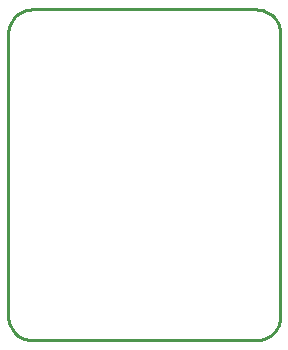
<source format=gbr>
G04 EAGLE Gerber RS-274X export*
G75*
%MOMM*%
%FSLAX34Y34*%
%LPD*%
%IN*%
%IPPOS*%
%AMOC8*
5,1,8,0,0,1.08239X$1,22.5*%
G01*
%ADD10C,0.254000*%


D10*
X0Y20000D02*
X76Y18257D01*
X304Y16527D01*
X681Y14824D01*
X1206Y13160D01*
X1874Y11548D01*
X2680Y10000D01*
X3617Y8528D01*
X4679Y7144D01*
X5858Y5858D01*
X7144Y4679D01*
X8528Y3617D01*
X10000Y2680D01*
X11548Y1874D01*
X13160Y1206D01*
X14824Y681D01*
X16527Y304D01*
X18257Y76D01*
X20000Y0D01*
X210000Y0D01*
X211743Y76D01*
X213473Y304D01*
X215176Y681D01*
X216840Y1206D01*
X218452Y1874D01*
X220000Y2680D01*
X221472Y3617D01*
X222856Y4679D01*
X224142Y5858D01*
X225321Y7144D01*
X226383Y8528D01*
X227321Y10000D01*
X228126Y11548D01*
X228794Y13160D01*
X229319Y14824D01*
X229696Y16527D01*
X229924Y18257D01*
X230000Y20000D01*
X230000Y260000D01*
X229924Y261743D01*
X229696Y263473D01*
X229319Y265176D01*
X228794Y266840D01*
X228126Y268452D01*
X227321Y270000D01*
X226383Y271472D01*
X225321Y272856D01*
X224142Y274142D01*
X222856Y275321D01*
X221472Y276383D01*
X220000Y277321D01*
X218452Y278126D01*
X216840Y278794D01*
X215176Y279319D01*
X213473Y279696D01*
X211743Y279924D01*
X210000Y280000D01*
X20000Y280000D01*
X18257Y279924D01*
X16527Y279696D01*
X14824Y279319D01*
X13160Y278794D01*
X11548Y278126D01*
X10000Y277321D01*
X8528Y276383D01*
X7144Y275321D01*
X5858Y274142D01*
X4679Y272856D01*
X3617Y271472D01*
X2680Y270000D01*
X1874Y268452D01*
X1206Y266840D01*
X681Y265176D01*
X304Y263473D01*
X76Y261743D01*
X0Y260000D01*
X0Y20000D01*
M02*

</source>
